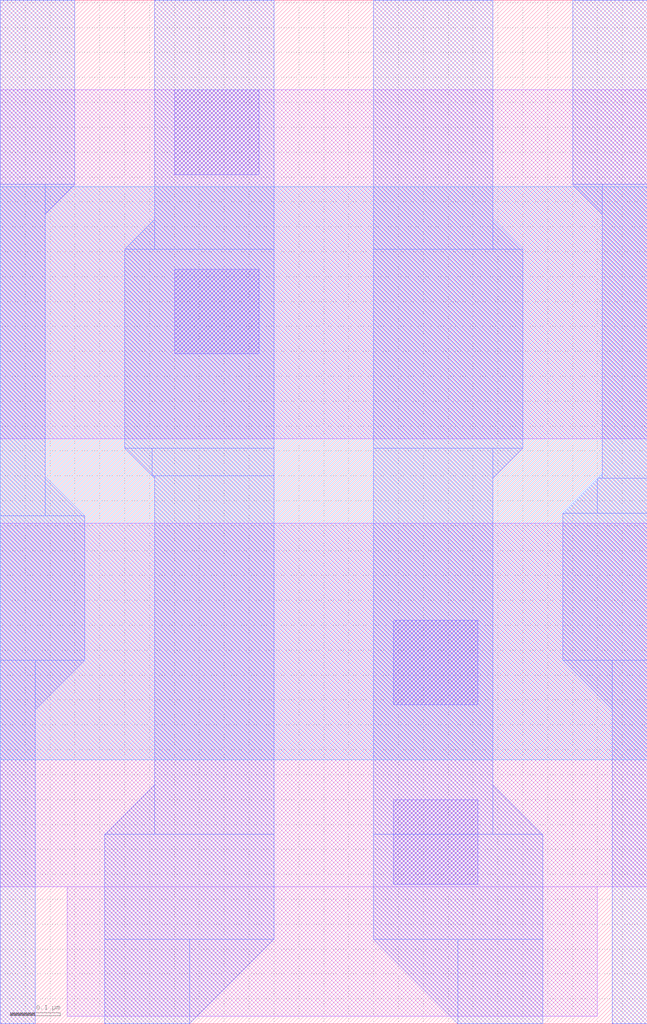
<source format=lef>
# Copyright 2020 The SkyWater PDK Authors
#
# Licensed under the Apache License, Version 2.0 (the "License");
# you may not use this file except in compliance with the License.
# You may obtain a copy of the License at
#
#     https://www.apache.org/licenses/LICENSE-2.0
#
# Unless required by applicable law or agreed to in writing, software
# distributed under the License is distributed on an "AS IS" BASIS,
# WITHOUT WARRANTIES OR CONDITIONS OF ANY KIND, either express or implied.
# See the License for the specific language governing permissions and
# limitations under the License.
#
# SPDX-License-Identifier: Apache-2.0

VERSION 5.7 ;
  NOWIREEXTENSIONATPIN ON ;
  DIVIDERCHAR "/" ;
  BUSBITCHARS "[]" ;
MACRO sky130_fd_bd_sram__sram_sp_colend_p_cent_ce
  CLASS BLOCK ;
  FOREIGN sky130_fd_bd_sram__sram_sp_colend_p_cent_ce ;
  ORIGIN  0.000000  0.000000 ;
  SIZE  1.300000 BY  2.055000 ;
  OBS
    LAYER li1 ;
      RECT 0.000000 0.275000 1.300000 1.005000 ;
      RECT 0.000000 1.175000 1.300000 1.875000 ;
      RECT 0.135000 0.015000 1.200000 0.275000 ;
    LAYER mcon ;
      RECT 0.350000 1.345000 0.520000 1.515000 ;
      RECT 0.350000 1.705000 0.520000 1.875000 ;
      RECT 0.790000 0.280000 0.960000 0.450000 ;
      RECT 0.790000 0.640000 0.960000 0.810000 ;
    LAYER met1 ;
      POLYGON 0.070000 0.730000 0.170000 0.730000 0.070000 0.630000 ;
      POLYGON 0.090000 1.100000 0.170000 1.020000 0.090000 1.020000 ;
      POLYGON 0.090000 1.685000 0.150000 1.685000 0.090000 1.625000 ;
      POLYGON 0.250000 1.155000 0.305000 1.155000 0.305000 1.100000 ;
      POLYGON 0.305000 1.100000 0.310000 1.100000 0.310000 1.095000 ;
      POLYGON 0.310000 0.480000 0.310000 0.380000 0.210000 0.380000 ;
      POLYGON 0.310000 1.615000 0.310000 1.555000 0.250000 1.555000 ;
      POLYGON 0.380000 0.170000 0.550000 0.170000 0.380000 0.000000 ;
      POLYGON 0.750000 0.170000 0.920000 0.170000 0.920000 0.000000 ;
      POLYGON 0.990000 0.480000 1.090000 0.380000 0.990000 0.380000 ;
      POLYGON 0.990000 1.155000 1.050000 1.155000 0.990000 1.095000 ;
      POLYGON 0.990000 1.615000 1.050000 1.555000 0.990000 1.555000 ;
      POLYGON 1.130000 0.730000 1.230000 0.730000 1.230000 0.630000 ;
      POLYGON 1.150000 1.685000 1.210000 1.685000 1.210000 1.625000 ;
      POLYGON 1.200000 1.095000 1.200000 1.025000 1.130000 1.025000 ;
      POLYGON 1.210000 1.105000 1.210000 1.095000 1.200000 1.095000 ;
      RECT 0.000000 0.000000 0.070000 0.730000 ;
      RECT 0.000000 0.730000 0.170000 1.020000 ;
      RECT 0.000000 1.020000 0.090000 1.685000 ;
      RECT 0.000000 1.685000 0.150000 2.055000 ;
      RECT 0.210000 0.000000 0.380000 0.170000 ;
      RECT 0.210000 0.170000 0.550000 0.380000 ;
      RECT 0.250000 1.155000 0.550000 1.555000 ;
      RECT 0.305000 1.100000 0.550000 1.155000 ;
      RECT 0.310000 0.380000 0.550000 1.100000 ;
      RECT 0.310000 1.555000 0.550000 2.055000 ;
      RECT 0.750000 0.170000 1.090000 0.380000 ;
      RECT 0.750000 0.380000 0.990000 1.155000 ;
      RECT 0.750000 1.155000 1.050000 1.555000 ;
      RECT 0.750000 1.555000 0.990000 2.055000 ;
      RECT 0.920000 0.000000 1.090000 0.170000 ;
      RECT 1.130000 0.730000 1.300000 1.025000 ;
      RECT 1.150000 1.685000 1.300000 2.055000 ;
      RECT 1.200000 1.025000 1.300000 1.095000 ;
      RECT 1.210000 1.095000 1.300000 1.685000 ;
      RECT 1.230000 0.000000 1.300000 0.730000 ;
    LAYER pwell ;
      RECT 0.000000 0.530000 1.300000 1.680000 ;
  END
END sky130_fd_bd_sram__sram_sp_colend_p_cent_ce
END LIBRARY

</source>
